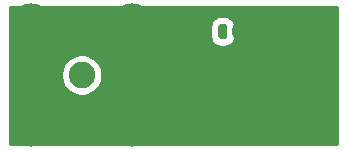
<source format=gbl>
G04 #@! TF.GenerationSoftware,KiCad,Pcbnew,5.1.6+dfsg1-1~bpo9+1*
G04 #@! TF.CreationDate,2022-04-04T20:18:43+02:00*
G04 #@! TF.ProjectId,sdrtrx-bias-t,73647274-7278-42d6-9269-61732d742e6b,rev?*
G04 #@! TF.SameCoordinates,Original*
G04 #@! TF.FileFunction,Copper,L2,Bot*
G04 #@! TF.FilePolarity,Positive*
%FSLAX46Y46*%
G04 Gerber Fmt 4.6, Leading zero omitted, Abs format (unit mm)*
G04 Created by KiCad (PCBNEW 5.1.6+dfsg1-1~bpo9+1) date 2022-04-04 20:18:43*
%MOMM*%
%LPD*%
G01*
G04 APERTURE LIST*
G04 #@! TA.AperFunction,ComponentPad*
%ADD10C,3.500000*%
G04 #@! TD*
G04 #@! TA.AperFunction,ComponentPad*
%ADD11C,2.250000*%
G04 #@! TD*
G04 #@! TA.AperFunction,ComponentPad*
%ADD12O,0.800000X1.300000*%
G04 #@! TD*
G04 #@! TA.AperFunction,Conductor*
%ADD13R,0.950000X0.460000*%
G04 #@! TD*
G04 #@! TA.AperFunction,ViaPad*
%ADD14C,0.970000*%
G04 #@! TD*
G04 #@! TA.AperFunction,SMDPad,CuDef*
%ADD15R,5.080000X2.420000*%
G04 #@! TD*
G04 #@! TA.AperFunction,Conductor*
%ADD16C,0.508000*%
G04 #@! TD*
G04 #@! TA.AperFunction,Conductor*
%ADD17C,0.254000*%
G04 #@! TD*
G04 APERTURE END LIST*
D10*
X91041000Y-72753000D03*
X82441000Y-72753000D03*
X82441000Y-64153000D03*
X91041000Y-64153000D03*
D11*
X86741000Y-68453000D03*
D12*
X99929000Y-64770000D03*
G04 #@! TA.AperFunction,ComponentPad*
G36*
G01*
X98279000Y-65220000D02*
X98279000Y-64320000D01*
G75*
G02*
X98479000Y-64120000I200000J0D01*
G01*
X98879000Y-64120000D01*
G75*
G02*
X99079000Y-64320000I0J-200000D01*
G01*
X99079000Y-65220000D01*
G75*
G02*
X98879000Y-65420000I-200000J0D01*
G01*
X98479000Y-65420000D01*
G75*
G02*
X98279000Y-65220000I0J200000D01*
G01*
G37*
G04 #@! TD.AperFunction*
D13*
X102997000Y-64073000D03*
X102997000Y-72833000D03*
D14*
X102547000Y-64073000D03*
X102547000Y-72833000D03*
D15*
X105987000Y-64073000D03*
X105987000Y-72833000D03*
D16*
X103182000Y-64073000D02*
X101789000Y-64073000D01*
X103182000Y-72833000D02*
X101535000Y-72833000D01*
D17*
G36*
X108340001Y-74340000D02*
G01*
X80660000Y-74340000D01*
X80660000Y-68279655D01*
X84981000Y-68279655D01*
X84981000Y-68626345D01*
X85048636Y-68966373D01*
X85181308Y-69286673D01*
X85373919Y-69574935D01*
X85619065Y-69820081D01*
X85907327Y-70012692D01*
X86227627Y-70145364D01*
X86567655Y-70213000D01*
X86914345Y-70213000D01*
X87254373Y-70145364D01*
X87574673Y-70012692D01*
X87862935Y-69820081D01*
X88108081Y-69574935D01*
X88300692Y-69286673D01*
X88433364Y-68966373D01*
X88501000Y-68626345D01*
X88501000Y-68279655D01*
X88433364Y-67939627D01*
X88300692Y-67619327D01*
X88108081Y-67331065D01*
X87862935Y-67085919D01*
X87574673Y-66893308D01*
X87254373Y-66760636D01*
X86914345Y-66693000D01*
X86567655Y-66693000D01*
X86227627Y-66760636D01*
X85907327Y-66893308D01*
X85619065Y-67085919D01*
X85373919Y-67331065D01*
X85181308Y-67619327D01*
X85048636Y-67939627D01*
X84981000Y-68279655D01*
X80660000Y-68279655D01*
X80660000Y-64320000D01*
X97640928Y-64320000D01*
X97640928Y-65220000D01*
X97657031Y-65383500D01*
X97704722Y-65540716D01*
X97782169Y-65685608D01*
X97886394Y-65812606D01*
X98013392Y-65916831D01*
X98158284Y-65994278D01*
X98315500Y-66041969D01*
X98479000Y-66058072D01*
X98879000Y-66058072D01*
X99042500Y-66041969D01*
X99199716Y-65994278D01*
X99344608Y-65916831D01*
X99471606Y-65812606D01*
X99575831Y-65685608D01*
X99653278Y-65540716D01*
X99700969Y-65383500D01*
X99717072Y-65220000D01*
X99717072Y-64320000D01*
X99700969Y-64156500D01*
X99653278Y-63999284D01*
X99575831Y-63854392D01*
X99471606Y-63727394D01*
X99344608Y-63623169D01*
X99199716Y-63545722D01*
X99042500Y-63498031D01*
X98879000Y-63481928D01*
X98479000Y-63481928D01*
X98315500Y-63498031D01*
X98158284Y-63545722D01*
X98013392Y-63623169D01*
X97886394Y-63727394D01*
X97782169Y-63854392D01*
X97704722Y-63999284D01*
X97657031Y-64156500D01*
X97640928Y-64320000D01*
X80660000Y-64320000D01*
X80660000Y-62660000D01*
X108340000Y-62660000D01*
X108340001Y-74340000D01*
G37*
X108340001Y-74340000D02*
X80660000Y-74340000D01*
X80660000Y-68279655D01*
X84981000Y-68279655D01*
X84981000Y-68626345D01*
X85048636Y-68966373D01*
X85181308Y-69286673D01*
X85373919Y-69574935D01*
X85619065Y-69820081D01*
X85907327Y-70012692D01*
X86227627Y-70145364D01*
X86567655Y-70213000D01*
X86914345Y-70213000D01*
X87254373Y-70145364D01*
X87574673Y-70012692D01*
X87862935Y-69820081D01*
X88108081Y-69574935D01*
X88300692Y-69286673D01*
X88433364Y-68966373D01*
X88501000Y-68626345D01*
X88501000Y-68279655D01*
X88433364Y-67939627D01*
X88300692Y-67619327D01*
X88108081Y-67331065D01*
X87862935Y-67085919D01*
X87574673Y-66893308D01*
X87254373Y-66760636D01*
X86914345Y-66693000D01*
X86567655Y-66693000D01*
X86227627Y-66760636D01*
X85907327Y-66893308D01*
X85619065Y-67085919D01*
X85373919Y-67331065D01*
X85181308Y-67619327D01*
X85048636Y-67939627D01*
X84981000Y-68279655D01*
X80660000Y-68279655D01*
X80660000Y-64320000D01*
X97640928Y-64320000D01*
X97640928Y-65220000D01*
X97657031Y-65383500D01*
X97704722Y-65540716D01*
X97782169Y-65685608D01*
X97886394Y-65812606D01*
X98013392Y-65916831D01*
X98158284Y-65994278D01*
X98315500Y-66041969D01*
X98479000Y-66058072D01*
X98879000Y-66058072D01*
X99042500Y-66041969D01*
X99199716Y-65994278D01*
X99344608Y-65916831D01*
X99471606Y-65812606D01*
X99575831Y-65685608D01*
X99653278Y-65540716D01*
X99700969Y-65383500D01*
X99717072Y-65220000D01*
X99717072Y-64320000D01*
X99700969Y-64156500D01*
X99653278Y-63999284D01*
X99575831Y-63854392D01*
X99471606Y-63727394D01*
X99344608Y-63623169D01*
X99199716Y-63545722D01*
X99042500Y-63498031D01*
X98879000Y-63481928D01*
X98479000Y-63481928D01*
X98315500Y-63498031D01*
X98158284Y-63545722D01*
X98013392Y-63623169D01*
X97886394Y-63727394D01*
X97782169Y-63854392D01*
X97704722Y-63999284D01*
X97657031Y-64156500D01*
X97640928Y-64320000D01*
X80660000Y-64320000D01*
X80660000Y-62660000D01*
X108340000Y-62660000D01*
X108340001Y-74340000D01*
M02*

</source>
